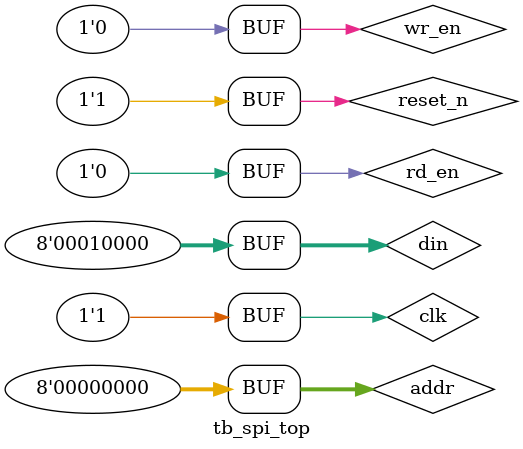
<source format=v>
`timescale 1ns / 1ps


module tb_spi_top(

    );
    
    parameter PERIOD = 10;
    
    reg clk, reset_n;
    reg [7:0] addr, din;
    wire [7:0] dout;
    reg wr_en, rd_en;
    
    wire sclk, mosi;
    reg miso;
    wire [0:0] ss_n;
    
    always begin
       clk = 1'b0;
       #(PERIOD/2) clk = 1'b1;
       #(PERIOD/2);
    end
    
    spi_top #(
        .ADDR_LSB(0),
        .OPT_MEM_ADDR_BITS(1),
        .BASE_ADDR(8'h80)
        ) uut (
        .clk(clk),
        .reset_n(reset_n),
        
        // CPU Interface
        .addr(addr), 
        .din(din),
        .dout(dout),
        .wr_en(wr_en),
        .rd_en(rd_en),
        
        // SPI Interface
        .sclk(sclk),
        .mosi(mosi),
        .miso(miso),
        .ss_n(ss_n)
        );
    
    initial begin
        reset_n <= 1'b1;
        addr <= 8'h00;
        din <= 8'h00;
        wr_en <= 1'b0;
        rd_en <= 1'b0;
        #(PERIOD * 2);
        reset_n <= 1'b0;
        #PERIOD;
        reset_n <= 1'b1;
        #PERIOD;
        addr <= 8'h02;
        din <= 8'hA1;
        wr_en <= 1'b1;
        #PERIOD;
        wr_en <= 1'b0;
        #PERIOD;
        addr <= 8'h00;
        din <= 8'h10;
        wr_en <= 1'b1;
        #PERIOD;
        wr_en <= 1'b0;
        #(PERIOD * 5);
        addr <= 8'h00;
        rd_en <= 1'b1;
        #PERIOD;
        rd_en <= 1'b0;
        #(PERIOD * 30);
    end
endmodule

</source>
